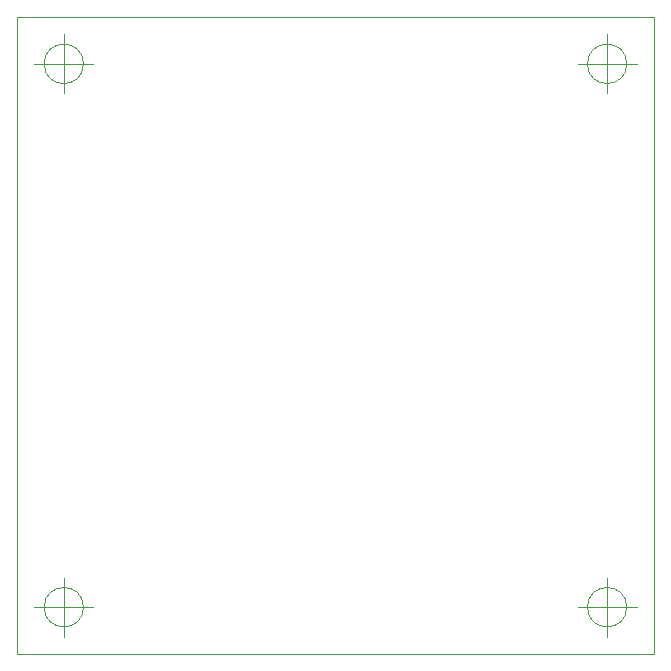
<source format=gbr>
%TF.GenerationSoftware,KiCad,Pcbnew,7.0.8*%
%TF.CreationDate,2023-10-07T15:52:59+09:00*%
%TF.ProjectId,KiCad,4b694361-642e-46b6-9963-61645f706362,rev?*%
%TF.SameCoordinates,PX41cdb40PY67f3540*%
%TF.FileFunction,Profile,NP*%
%FSLAX46Y46*%
G04 Gerber Fmt 4.6, Leading zero omitted, Abs format (unit mm)*
G04 Created by KiCad (PCBNEW 7.0.8) date 2023-10-07 15:52:59*
%MOMM*%
%LPD*%
G01*
G04 APERTURE LIST*
%TA.AperFunction,Profile*%
%ADD10C,0.100000*%
%TD*%
G04 APERTURE END LIST*
D10*
X54000000Y54000000D02*
X0Y54000000D01*
X0Y0D02*
X54000000Y0D01*
X0Y54000000D02*
X0Y0D01*
X54000000Y0D02*
X54000000Y54000000D01*
X5666666Y4000000D02*
G75*
G03*
X5666666Y4000000I-1666666J0D01*
G01*
X1500000Y4000000D02*
X6500000Y4000000D01*
X4000000Y6500000D02*
X4000000Y1500000D01*
X51666666Y50000000D02*
G75*
G03*
X51666666Y50000000I-1666666J0D01*
G01*
X47500000Y50000000D02*
X52500000Y50000000D01*
X50000000Y52500000D02*
X50000000Y47500000D01*
X5666666Y50000000D02*
G75*
G03*
X5666666Y50000000I-1666666J0D01*
G01*
X1500000Y50000000D02*
X6500000Y50000000D01*
X4000000Y52500000D02*
X4000000Y47500000D01*
X51666666Y4000000D02*
G75*
G03*
X51666666Y4000000I-1666666J0D01*
G01*
X47500000Y4000000D02*
X52500000Y4000000D01*
X50000000Y6500000D02*
X50000000Y1500000D01*
M02*

</source>
